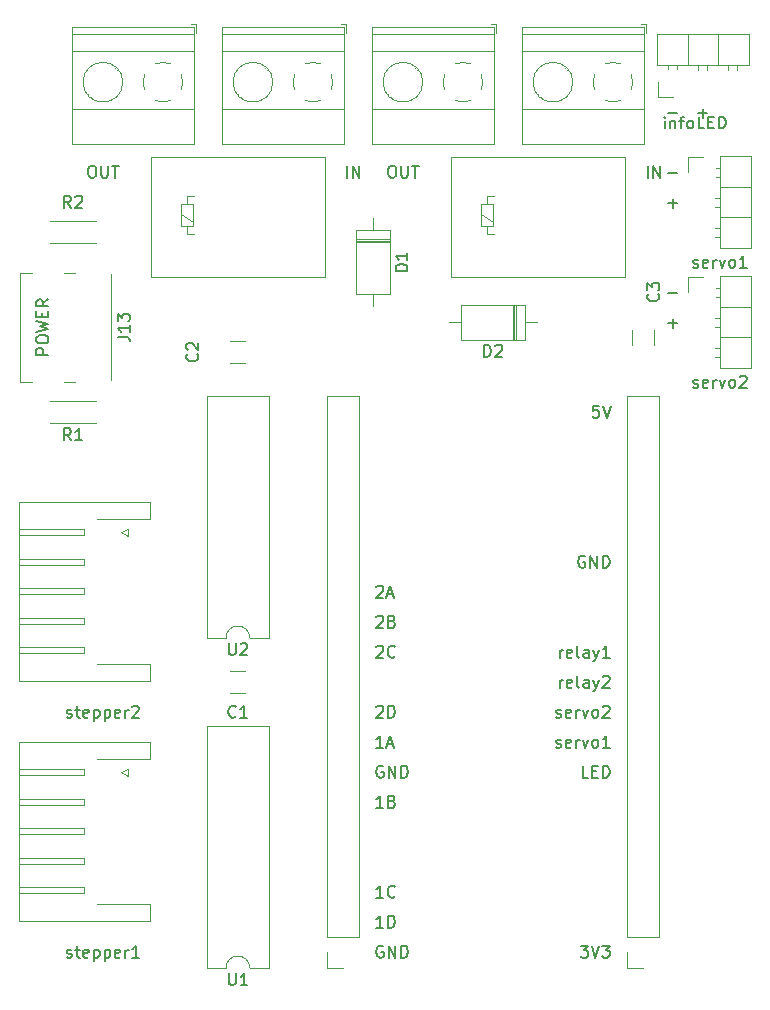
<source format=gbr>
%TF.GenerationSoftware,KiCad,Pcbnew,(6.0.4)*%
%TF.CreationDate,2022-05-24T10:51:07+02:00*%
%TF.ProjectId,XRTL_PCB,5852544c-5f50-4434-922e-6b696361645f,1.0*%
%TF.SameCoordinates,Original*%
%TF.FileFunction,Legend,Top*%
%TF.FilePolarity,Positive*%
%FSLAX46Y46*%
G04 Gerber Fmt 4.6, Leading zero omitted, Abs format (unit mm)*
G04 Created by KiCad (PCBNEW (6.0.4)) date 2022-05-24 10:51:07*
%MOMM*%
%LPD*%
G01*
G04 APERTURE LIST*
%ADD10C,0.150000*%
%ADD11C,0.120000*%
G04 APERTURE END LIST*
D10*
X122076785Y-93480000D02*
X121981547Y-93432380D01*
X121838690Y-93432380D01*
X121695833Y-93480000D01*
X121600595Y-93575238D01*
X121552976Y-93670476D01*
X121505357Y-93860952D01*
X121505357Y-94003809D01*
X121552976Y-94194285D01*
X121600595Y-94289523D01*
X121695833Y-94384761D01*
X121838690Y-94432380D01*
X121933928Y-94432380D01*
X122076785Y-94384761D01*
X122124404Y-94337142D01*
X122124404Y-94003809D01*
X121933928Y-94003809D01*
X122552976Y-94432380D02*
X122552976Y-93432380D01*
X123124404Y-94432380D01*
X123124404Y-93432380D01*
X123600595Y-94432380D02*
X123600595Y-93432380D01*
X123838690Y-93432380D01*
X123981547Y-93480000D01*
X124076785Y-93575238D01*
X124124404Y-93670476D01*
X124172023Y-93860952D01*
X124172023Y-94003809D01*
X124124404Y-94194285D01*
X124076785Y-94289523D01*
X123981547Y-94384761D01*
X123838690Y-94432380D01*
X123600595Y-94432380D01*
X122362500Y-112212380D02*
X121886309Y-112212380D01*
X121886309Y-111212380D01*
X122695833Y-111688571D02*
X123029166Y-111688571D01*
X123172023Y-112212380D02*
X122695833Y-112212380D01*
X122695833Y-111212380D01*
X123172023Y-111212380D01*
X123600595Y-112212380D02*
X123600595Y-111212380D01*
X123838690Y-111212380D01*
X123981547Y-111260000D01*
X124076785Y-111355238D01*
X124124404Y-111450476D01*
X124172023Y-111640952D01*
X124172023Y-111783809D01*
X124124404Y-111974285D01*
X124076785Y-112069523D01*
X123981547Y-112164761D01*
X123838690Y-112212380D01*
X123600595Y-112212380D01*
X119648214Y-107084761D02*
X119743452Y-107132380D01*
X119933928Y-107132380D01*
X120029166Y-107084761D01*
X120076785Y-106989523D01*
X120076785Y-106941904D01*
X120029166Y-106846666D01*
X119933928Y-106799047D01*
X119791071Y-106799047D01*
X119695833Y-106751428D01*
X119648214Y-106656190D01*
X119648214Y-106608571D01*
X119695833Y-106513333D01*
X119791071Y-106465714D01*
X119933928Y-106465714D01*
X120029166Y-106513333D01*
X120886309Y-107084761D02*
X120791071Y-107132380D01*
X120600595Y-107132380D01*
X120505357Y-107084761D01*
X120457738Y-106989523D01*
X120457738Y-106608571D01*
X120505357Y-106513333D01*
X120600595Y-106465714D01*
X120791071Y-106465714D01*
X120886309Y-106513333D01*
X120933928Y-106608571D01*
X120933928Y-106703809D01*
X120457738Y-106799047D01*
X121362500Y-107132380D02*
X121362500Y-106465714D01*
X121362500Y-106656190D02*
X121410119Y-106560952D01*
X121457738Y-106513333D01*
X121552976Y-106465714D01*
X121648214Y-106465714D01*
X121886309Y-106465714D02*
X122124404Y-107132380D01*
X122362500Y-106465714D01*
X122886309Y-107132380D02*
X122791071Y-107084761D01*
X122743452Y-107037142D01*
X122695833Y-106941904D01*
X122695833Y-106656190D01*
X122743452Y-106560952D01*
X122791071Y-106513333D01*
X122886309Y-106465714D01*
X123029166Y-106465714D01*
X123124404Y-106513333D01*
X123172023Y-106560952D01*
X123219642Y-106656190D01*
X123219642Y-106941904D01*
X123172023Y-107037142D01*
X123124404Y-107084761D01*
X123029166Y-107132380D01*
X122886309Y-107132380D01*
X123600595Y-106227619D02*
X123648214Y-106180000D01*
X123743452Y-106132380D01*
X123981547Y-106132380D01*
X124076785Y-106180000D01*
X124124404Y-106227619D01*
X124172023Y-106322857D01*
X124172023Y-106418095D01*
X124124404Y-106560952D01*
X123552976Y-107132380D01*
X124172023Y-107132380D01*
X121743452Y-126452380D02*
X122362500Y-126452380D01*
X122029166Y-126833333D01*
X122172023Y-126833333D01*
X122267261Y-126880952D01*
X122314880Y-126928571D01*
X122362500Y-127023809D01*
X122362500Y-127261904D01*
X122314880Y-127357142D01*
X122267261Y-127404761D01*
X122172023Y-127452380D01*
X121886309Y-127452380D01*
X121791071Y-127404761D01*
X121743452Y-127357142D01*
X122648214Y-126452380D02*
X122981547Y-127452380D01*
X123314880Y-126452380D01*
X123552976Y-126452380D02*
X124172023Y-126452380D01*
X123838690Y-126833333D01*
X123981547Y-126833333D01*
X124076785Y-126880952D01*
X124124404Y-126928571D01*
X124172023Y-127023809D01*
X124172023Y-127261904D01*
X124124404Y-127357142D01*
X124076785Y-127404761D01*
X123981547Y-127452380D01*
X123695833Y-127452380D01*
X123600595Y-127404761D01*
X123552976Y-127357142D01*
X129159047Y-73731428D02*
X129920952Y-73731428D01*
X129540000Y-74112380D02*
X129540000Y-73350476D01*
X129159047Y-61031428D02*
X129920952Y-61031428D01*
X76652380Y-76404523D02*
X75652380Y-76404523D01*
X75652380Y-76023571D01*
X75700000Y-75928333D01*
X75747619Y-75880714D01*
X75842857Y-75833095D01*
X75985714Y-75833095D01*
X76080952Y-75880714D01*
X76128571Y-75928333D01*
X76176190Y-76023571D01*
X76176190Y-76404523D01*
X75652380Y-75214047D02*
X75652380Y-75023571D01*
X75700000Y-74928333D01*
X75795238Y-74833095D01*
X75985714Y-74785476D01*
X76319047Y-74785476D01*
X76509523Y-74833095D01*
X76604761Y-74928333D01*
X76652380Y-75023571D01*
X76652380Y-75214047D01*
X76604761Y-75309285D01*
X76509523Y-75404523D01*
X76319047Y-75452142D01*
X75985714Y-75452142D01*
X75795238Y-75404523D01*
X75700000Y-75309285D01*
X75652380Y-75214047D01*
X75652380Y-74452142D02*
X76652380Y-74214047D01*
X75938095Y-74023571D01*
X76652380Y-73833095D01*
X75652380Y-73595000D01*
X76128571Y-73214047D02*
X76128571Y-72880714D01*
X76652380Y-72737857D02*
X76652380Y-73214047D01*
X75652380Y-73214047D01*
X75652380Y-72737857D01*
X76652380Y-71737857D02*
X76176190Y-72071190D01*
X76652380Y-72309285D02*
X75652380Y-72309285D01*
X75652380Y-71928333D01*
X75700000Y-71833095D01*
X75747619Y-71785476D01*
X75842857Y-71737857D01*
X75985714Y-71737857D01*
X76080952Y-71785476D01*
X76128571Y-71833095D01*
X76176190Y-71928333D01*
X76176190Y-72309285D01*
X129159047Y-63571428D02*
X129920952Y-63571428D01*
X129540000Y-63952380D02*
X129540000Y-63190476D01*
X129159047Y-55951428D02*
X129920952Y-55951428D01*
X119648214Y-109624761D02*
X119743452Y-109672380D01*
X119933928Y-109672380D01*
X120029166Y-109624761D01*
X120076785Y-109529523D01*
X120076785Y-109481904D01*
X120029166Y-109386666D01*
X119933928Y-109339047D01*
X119791071Y-109339047D01*
X119695833Y-109291428D01*
X119648214Y-109196190D01*
X119648214Y-109148571D01*
X119695833Y-109053333D01*
X119791071Y-109005714D01*
X119933928Y-109005714D01*
X120029166Y-109053333D01*
X120886309Y-109624761D02*
X120791071Y-109672380D01*
X120600595Y-109672380D01*
X120505357Y-109624761D01*
X120457738Y-109529523D01*
X120457738Y-109148571D01*
X120505357Y-109053333D01*
X120600595Y-109005714D01*
X120791071Y-109005714D01*
X120886309Y-109053333D01*
X120933928Y-109148571D01*
X120933928Y-109243809D01*
X120457738Y-109339047D01*
X121362500Y-109672380D02*
X121362500Y-109005714D01*
X121362500Y-109196190D02*
X121410119Y-109100952D01*
X121457738Y-109053333D01*
X121552976Y-109005714D01*
X121648214Y-109005714D01*
X121886309Y-109005714D02*
X122124404Y-109672380D01*
X122362500Y-109005714D01*
X122886309Y-109672380D02*
X122791071Y-109624761D01*
X122743452Y-109577142D01*
X122695833Y-109481904D01*
X122695833Y-109196190D01*
X122743452Y-109100952D01*
X122791071Y-109053333D01*
X122886309Y-109005714D01*
X123029166Y-109005714D01*
X123124404Y-109053333D01*
X123172023Y-109100952D01*
X123219642Y-109196190D01*
X123219642Y-109481904D01*
X123172023Y-109577142D01*
X123124404Y-109624761D01*
X123029166Y-109672380D01*
X122886309Y-109672380D01*
X124172023Y-109672380D02*
X123600595Y-109672380D01*
X123886309Y-109672380D02*
X123886309Y-108672380D01*
X123791071Y-108815238D01*
X123695833Y-108910476D01*
X123600595Y-108958095D01*
X104427976Y-106227619D02*
X104475595Y-106180000D01*
X104570833Y-106132380D01*
X104808928Y-106132380D01*
X104904166Y-106180000D01*
X104951785Y-106227619D01*
X104999404Y-106322857D01*
X104999404Y-106418095D01*
X104951785Y-106560952D01*
X104380357Y-107132380D01*
X104999404Y-107132380D01*
X105427976Y-107132380D02*
X105427976Y-106132380D01*
X105666071Y-106132380D01*
X105808928Y-106180000D01*
X105904166Y-106275238D01*
X105951785Y-106370476D01*
X105999404Y-106560952D01*
X105999404Y-106703809D01*
X105951785Y-106894285D01*
X105904166Y-106989523D01*
X105808928Y-107084761D01*
X105666071Y-107132380D01*
X105427976Y-107132380D01*
X129159047Y-71191428D02*
X129920952Y-71191428D01*
X78232380Y-107084761D02*
X78327619Y-107132380D01*
X78518095Y-107132380D01*
X78613333Y-107084761D01*
X78660952Y-106989523D01*
X78660952Y-106941904D01*
X78613333Y-106846666D01*
X78518095Y-106799047D01*
X78375238Y-106799047D01*
X78280000Y-106751428D01*
X78232380Y-106656190D01*
X78232380Y-106608571D01*
X78280000Y-106513333D01*
X78375238Y-106465714D01*
X78518095Y-106465714D01*
X78613333Y-106513333D01*
X78946666Y-106465714D02*
X79327619Y-106465714D01*
X79089523Y-106132380D02*
X79089523Y-106989523D01*
X79137142Y-107084761D01*
X79232380Y-107132380D01*
X79327619Y-107132380D01*
X80041904Y-107084761D02*
X79946666Y-107132380D01*
X79756190Y-107132380D01*
X79660952Y-107084761D01*
X79613333Y-106989523D01*
X79613333Y-106608571D01*
X79660952Y-106513333D01*
X79756190Y-106465714D01*
X79946666Y-106465714D01*
X80041904Y-106513333D01*
X80089523Y-106608571D01*
X80089523Y-106703809D01*
X79613333Y-106799047D01*
X80518095Y-106465714D02*
X80518095Y-107465714D01*
X80518095Y-106513333D02*
X80613333Y-106465714D01*
X80803809Y-106465714D01*
X80899047Y-106513333D01*
X80946666Y-106560952D01*
X80994285Y-106656190D01*
X80994285Y-106941904D01*
X80946666Y-107037142D01*
X80899047Y-107084761D01*
X80803809Y-107132380D01*
X80613333Y-107132380D01*
X80518095Y-107084761D01*
X81422857Y-106465714D02*
X81422857Y-107465714D01*
X81422857Y-106513333D02*
X81518095Y-106465714D01*
X81708571Y-106465714D01*
X81803809Y-106513333D01*
X81851428Y-106560952D01*
X81899047Y-106656190D01*
X81899047Y-106941904D01*
X81851428Y-107037142D01*
X81803809Y-107084761D01*
X81708571Y-107132380D01*
X81518095Y-107132380D01*
X81422857Y-107084761D01*
X82708571Y-107084761D02*
X82613333Y-107132380D01*
X82422857Y-107132380D01*
X82327619Y-107084761D01*
X82280000Y-106989523D01*
X82280000Y-106608571D01*
X82327619Y-106513333D01*
X82422857Y-106465714D01*
X82613333Y-106465714D01*
X82708571Y-106513333D01*
X82756190Y-106608571D01*
X82756190Y-106703809D01*
X82280000Y-106799047D01*
X83184761Y-107132380D02*
X83184761Y-106465714D01*
X83184761Y-106656190D02*
X83232380Y-106560952D01*
X83280000Y-106513333D01*
X83375238Y-106465714D01*
X83470476Y-106465714D01*
X83756190Y-106227619D02*
X83803809Y-106180000D01*
X83899047Y-106132380D01*
X84137142Y-106132380D01*
X84232380Y-106180000D01*
X84280000Y-106227619D01*
X84327619Y-106322857D01*
X84327619Y-106418095D01*
X84280000Y-106560952D01*
X83708571Y-107132380D01*
X84327619Y-107132380D01*
X104999404Y-122372380D02*
X104427976Y-122372380D01*
X104713690Y-122372380D02*
X104713690Y-121372380D01*
X104618452Y-121515238D01*
X104523214Y-121610476D01*
X104427976Y-121658095D01*
X105999404Y-122277142D02*
X105951785Y-122324761D01*
X105808928Y-122372380D01*
X105713690Y-122372380D01*
X105570833Y-122324761D01*
X105475595Y-122229523D01*
X105427976Y-122134285D01*
X105380357Y-121943809D01*
X105380357Y-121800952D01*
X105427976Y-121610476D01*
X105475595Y-121515238D01*
X105570833Y-121420000D01*
X105713690Y-121372380D01*
X105808928Y-121372380D01*
X105951785Y-121420000D01*
X105999404Y-121467619D01*
X104999404Y-124912380D02*
X104427976Y-124912380D01*
X104713690Y-124912380D02*
X104713690Y-123912380D01*
X104618452Y-124055238D01*
X104523214Y-124150476D01*
X104427976Y-124198095D01*
X105427976Y-124912380D02*
X105427976Y-123912380D01*
X105666071Y-123912380D01*
X105808928Y-123960000D01*
X105904166Y-124055238D01*
X105951785Y-124150476D01*
X105999404Y-124340952D01*
X105999404Y-124483809D01*
X105951785Y-124674285D01*
X105904166Y-124769523D01*
X105808928Y-124864761D01*
X105666071Y-124912380D01*
X105427976Y-124912380D01*
X128852380Y-57252380D02*
X128852380Y-56585714D01*
X128852380Y-56252380D02*
X128804761Y-56300000D01*
X128852380Y-56347619D01*
X128900000Y-56300000D01*
X128852380Y-56252380D01*
X128852380Y-56347619D01*
X129328571Y-56585714D02*
X129328571Y-57252380D01*
X129328571Y-56680952D02*
X129376190Y-56633333D01*
X129471428Y-56585714D01*
X129614285Y-56585714D01*
X129709523Y-56633333D01*
X129757142Y-56728571D01*
X129757142Y-57252380D01*
X130090476Y-56585714D02*
X130471428Y-56585714D01*
X130233333Y-57252380D02*
X130233333Y-56395238D01*
X130280952Y-56300000D01*
X130376190Y-56252380D01*
X130471428Y-56252380D01*
X130947619Y-57252380D02*
X130852380Y-57204761D01*
X130804761Y-57157142D01*
X130757142Y-57061904D01*
X130757142Y-56776190D01*
X130804761Y-56680952D01*
X130852380Y-56633333D01*
X130947619Y-56585714D01*
X131090476Y-56585714D01*
X131185714Y-56633333D01*
X131233333Y-56680952D01*
X131280952Y-56776190D01*
X131280952Y-57061904D01*
X131233333Y-57157142D01*
X131185714Y-57204761D01*
X131090476Y-57252380D01*
X130947619Y-57252380D01*
X132185714Y-57252380D02*
X131709523Y-57252380D01*
X131709523Y-56252380D01*
X132519047Y-56728571D02*
X132852380Y-56728571D01*
X132995238Y-57252380D02*
X132519047Y-57252380D01*
X132519047Y-56252380D01*
X132995238Y-56252380D01*
X133423809Y-57252380D02*
X133423809Y-56252380D01*
X133661904Y-56252380D01*
X133804761Y-56300000D01*
X133900000Y-56395238D01*
X133947619Y-56490476D01*
X133995238Y-56680952D01*
X133995238Y-56823809D01*
X133947619Y-57014285D01*
X133900000Y-57109523D01*
X133804761Y-57204761D01*
X133661904Y-57252380D01*
X133423809Y-57252380D01*
X119981547Y-102052380D02*
X119981547Y-101385714D01*
X119981547Y-101576190D02*
X120029166Y-101480952D01*
X120076785Y-101433333D01*
X120172023Y-101385714D01*
X120267261Y-101385714D01*
X120981547Y-102004761D02*
X120886309Y-102052380D01*
X120695833Y-102052380D01*
X120600595Y-102004761D01*
X120552976Y-101909523D01*
X120552976Y-101528571D01*
X120600595Y-101433333D01*
X120695833Y-101385714D01*
X120886309Y-101385714D01*
X120981547Y-101433333D01*
X121029166Y-101528571D01*
X121029166Y-101623809D01*
X120552976Y-101719047D01*
X121600595Y-102052380D02*
X121505357Y-102004761D01*
X121457738Y-101909523D01*
X121457738Y-101052380D01*
X122410119Y-102052380D02*
X122410119Y-101528571D01*
X122362500Y-101433333D01*
X122267261Y-101385714D01*
X122076785Y-101385714D01*
X121981547Y-101433333D01*
X122410119Y-102004761D02*
X122314880Y-102052380D01*
X122076785Y-102052380D01*
X121981547Y-102004761D01*
X121933928Y-101909523D01*
X121933928Y-101814285D01*
X121981547Y-101719047D01*
X122076785Y-101671428D01*
X122314880Y-101671428D01*
X122410119Y-101623809D01*
X122791071Y-101385714D02*
X123029166Y-102052380D01*
X123267261Y-101385714D02*
X123029166Y-102052380D01*
X122933928Y-102290476D01*
X122886309Y-102338095D01*
X122791071Y-102385714D01*
X124172023Y-102052380D02*
X123600595Y-102052380D01*
X123886309Y-102052380D02*
X123886309Y-101052380D01*
X123791071Y-101195238D01*
X123695833Y-101290476D01*
X123600595Y-101338095D01*
X131258095Y-68984761D02*
X131353333Y-69032380D01*
X131543809Y-69032380D01*
X131639047Y-68984761D01*
X131686666Y-68889523D01*
X131686666Y-68841904D01*
X131639047Y-68746666D01*
X131543809Y-68699047D01*
X131400952Y-68699047D01*
X131305714Y-68651428D01*
X131258095Y-68556190D01*
X131258095Y-68508571D01*
X131305714Y-68413333D01*
X131400952Y-68365714D01*
X131543809Y-68365714D01*
X131639047Y-68413333D01*
X132496190Y-68984761D02*
X132400952Y-69032380D01*
X132210476Y-69032380D01*
X132115238Y-68984761D01*
X132067619Y-68889523D01*
X132067619Y-68508571D01*
X132115238Y-68413333D01*
X132210476Y-68365714D01*
X132400952Y-68365714D01*
X132496190Y-68413333D01*
X132543809Y-68508571D01*
X132543809Y-68603809D01*
X132067619Y-68699047D01*
X132972380Y-69032380D02*
X132972380Y-68365714D01*
X132972380Y-68556190D02*
X133020000Y-68460952D01*
X133067619Y-68413333D01*
X133162857Y-68365714D01*
X133258095Y-68365714D01*
X133496190Y-68365714D02*
X133734285Y-69032380D01*
X133972380Y-68365714D01*
X134496190Y-69032380D02*
X134400952Y-68984761D01*
X134353333Y-68937142D01*
X134305714Y-68841904D01*
X134305714Y-68556190D01*
X134353333Y-68460952D01*
X134400952Y-68413333D01*
X134496190Y-68365714D01*
X134639047Y-68365714D01*
X134734285Y-68413333D01*
X134781904Y-68460952D01*
X134829523Y-68556190D01*
X134829523Y-68841904D01*
X134781904Y-68937142D01*
X134734285Y-68984761D01*
X134639047Y-69032380D01*
X134496190Y-69032380D01*
X135781904Y-69032380D02*
X135210476Y-69032380D01*
X135496190Y-69032380D02*
X135496190Y-68032380D01*
X135400952Y-68175238D01*
X135305714Y-68270476D01*
X135210476Y-68318095D01*
X101935595Y-61412380D02*
X101935595Y-60412380D01*
X102411785Y-61412380D02*
X102411785Y-60412380D01*
X102983214Y-61412380D01*
X102983214Y-60412380D01*
X119981547Y-104592380D02*
X119981547Y-103925714D01*
X119981547Y-104116190D02*
X120029166Y-104020952D01*
X120076785Y-103973333D01*
X120172023Y-103925714D01*
X120267261Y-103925714D01*
X120981547Y-104544761D02*
X120886309Y-104592380D01*
X120695833Y-104592380D01*
X120600595Y-104544761D01*
X120552976Y-104449523D01*
X120552976Y-104068571D01*
X120600595Y-103973333D01*
X120695833Y-103925714D01*
X120886309Y-103925714D01*
X120981547Y-103973333D01*
X121029166Y-104068571D01*
X121029166Y-104163809D01*
X120552976Y-104259047D01*
X121600595Y-104592380D02*
X121505357Y-104544761D01*
X121457738Y-104449523D01*
X121457738Y-103592380D01*
X122410119Y-104592380D02*
X122410119Y-104068571D01*
X122362500Y-103973333D01*
X122267261Y-103925714D01*
X122076785Y-103925714D01*
X121981547Y-103973333D01*
X122410119Y-104544761D02*
X122314880Y-104592380D01*
X122076785Y-104592380D01*
X121981547Y-104544761D01*
X121933928Y-104449523D01*
X121933928Y-104354285D01*
X121981547Y-104259047D01*
X122076785Y-104211428D01*
X122314880Y-104211428D01*
X122410119Y-104163809D01*
X122791071Y-103925714D02*
X123029166Y-104592380D01*
X123267261Y-103925714D02*
X123029166Y-104592380D01*
X122933928Y-104830476D01*
X122886309Y-104878095D01*
X122791071Y-104925714D01*
X123600595Y-103687619D02*
X123648214Y-103640000D01*
X123743452Y-103592380D01*
X123981547Y-103592380D01*
X124076785Y-103640000D01*
X124124404Y-103687619D01*
X124172023Y-103782857D01*
X124172023Y-103878095D01*
X124124404Y-104020952D01*
X123552976Y-104592380D01*
X124172023Y-104592380D01*
X80280000Y-60412380D02*
X80470476Y-60412380D01*
X80565714Y-60460000D01*
X80660952Y-60555238D01*
X80708571Y-60745714D01*
X80708571Y-61079047D01*
X80660952Y-61269523D01*
X80565714Y-61364761D01*
X80470476Y-61412380D01*
X80280000Y-61412380D01*
X80184761Y-61364761D01*
X80089523Y-61269523D01*
X80041904Y-61079047D01*
X80041904Y-60745714D01*
X80089523Y-60555238D01*
X80184761Y-60460000D01*
X80280000Y-60412380D01*
X81137142Y-60412380D02*
X81137142Y-61221904D01*
X81184761Y-61317142D01*
X81232380Y-61364761D01*
X81327619Y-61412380D01*
X81518095Y-61412380D01*
X81613333Y-61364761D01*
X81660952Y-61317142D01*
X81708571Y-61221904D01*
X81708571Y-60412380D01*
X82041904Y-60412380D02*
X82613333Y-60412380D01*
X82327619Y-61412380D02*
X82327619Y-60412380D01*
X105680000Y-60412380D02*
X105870476Y-60412380D01*
X105965714Y-60460000D01*
X106060952Y-60555238D01*
X106108571Y-60745714D01*
X106108571Y-61079047D01*
X106060952Y-61269523D01*
X105965714Y-61364761D01*
X105870476Y-61412380D01*
X105680000Y-61412380D01*
X105584761Y-61364761D01*
X105489523Y-61269523D01*
X105441904Y-61079047D01*
X105441904Y-60745714D01*
X105489523Y-60555238D01*
X105584761Y-60460000D01*
X105680000Y-60412380D01*
X106537142Y-60412380D02*
X106537142Y-61221904D01*
X106584761Y-61317142D01*
X106632380Y-61364761D01*
X106727619Y-61412380D01*
X106918095Y-61412380D01*
X107013333Y-61364761D01*
X107060952Y-61317142D01*
X107108571Y-61221904D01*
X107108571Y-60412380D01*
X107441904Y-60412380D02*
X108013333Y-60412380D01*
X107727619Y-61412380D02*
X107727619Y-60412380D01*
X104999404Y-111260000D02*
X104904166Y-111212380D01*
X104761309Y-111212380D01*
X104618452Y-111260000D01*
X104523214Y-111355238D01*
X104475595Y-111450476D01*
X104427976Y-111640952D01*
X104427976Y-111783809D01*
X104475595Y-111974285D01*
X104523214Y-112069523D01*
X104618452Y-112164761D01*
X104761309Y-112212380D01*
X104856547Y-112212380D01*
X104999404Y-112164761D01*
X105047023Y-112117142D01*
X105047023Y-111783809D01*
X104856547Y-111783809D01*
X105475595Y-112212380D02*
X105475595Y-111212380D01*
X106047023Y-112212380D01*
X106047023Y-111212380D01*
X106523214Y-112212380D02*
X106523214Y-111212380D01*
X106761309Y-111212380D01*
X106904166Y-111260000D01*
X106999404Y-111355238D01*
X107047023Y-111450476D01*
X107094642Y-111640952D01*
X107094642Y-111783809D01*
X107047023Y-111974285D01*
X106999404Y-112069523D01*
X106904166Y-112164761D01*
X106761309Y-112212380D01*
X106523214Y-112212380D01*
X78232380Y-127404761D02*
X78327619Y-127452380D01*
X78518095Y-127452380D01*
X78613333Y-127404761D01*
X78660952Y-127309523D01*
X78660952Y-127261904D01*
X78613333Y-127166666D01*
X78518095Y-127119047D01*
X78375238Y-127119047D01*
X78280000Y-127071428D01*
X78232380Y-126976190D01*
X78232380Y-126928571D01*
X78280000Y-126833333D01*
X78375238Y-126785714D01*
X78518095Y-126785714D01*
X78613333Y-126833333D01*
X78946666Y-126785714D02*
X79327619Y-126785714D01*
X79089523Y-126452380D02*
X79089523Y-127309523D01*
X79137142Y-127404761D01*
X79232380Y-127452380D01*
X79327619Y-127452380D01*
X80041904Y-127404761D02*
X79946666Y-127452380D01*
X79756190Y-127452380D01*
X79660952Y-127404761D01*
X79613333Y-127309523D01*
X79613333Y-126928571D01*
X79660952Y-126833333D01*
X79756190Y-126785714D01*
X79946666Y-126785714D01*
X80041904Y-126833333D01*
X80089523Y-126928571D01*
X80089523Y-127023809D01*
X79613333Y-127119047D01*
X80518095Y-126785714D02*
X80518095Y-127785714D01*
X80518095Y-126833333D02*
X80613333Y-126785714D01*
X80803809Y-126785714D01*
X80899047Y-126833333D01*
X80946666Y-126880952D01*
X80994285Y-126976190D01*
X80994285Y-127261904D01*
X80946666Y-127357142D01*
X80899047Y-127404761D01*
X80803809Y-127452380D01*
X80613333Y-127452380D01*
X80518095Y-127404761D01*
X81422857Y-126785714D02*
X81422857Y-127785714D01*
X81422857Y-126833333D02*
X81518095Y-126785714D01*
X81708571Y-126785714D01*
X81803809Y-126833333D01*
X81851428Y-126880952D01*
X81899047Y-126976190D01*
X81899047Y-127261904D01*
X81851428Y-127357142D01*
X81803809Y-127404761D01*
X81708571Y-127452380D01*
X81518095Y-127452380D01*
X81422857Y-127404761D01*
X82708571Y-127404761D02*
X82613333Y-127452380D01*
X82422857Y-127452380D01*
X82327619Y-127404761D01*
X82280000Y-127309523D01*
X82280000Y-126928571D01*
X82327619Y-126833333D01*
X82422857Y-126785714D01*
X82613333Y-126785714D01*
X82708571Y-126833333D01*
X82756190Y-126928571D01*
X82756190Y-127023809D01*
X82280000Y-127119047D01*
X83184761Y-127452380D02*
X83184761Y-126785714D01*
X83184761Y-126976190D02*
X83232380Y-126880952D01*
X83280000Y-126833333D01*
X83375238Y-126785714D01*
X83470476Y-126785714D01*
X84327619Y-127452380D02*
X83756190Y-127452380D01*
X84041904Y-127452380D02*
X84041904Y-126452380D01*
X83946666Y-126595238D01*
X83851428Y-126690476D01*
X83756190Y-126738095D01*
X104999404Y-126500000D02*
X104904166Y-126452380D01*
X104761309Y-126452380D01*
X104618452Y-126500000D01*
X104523214Y-126595238D01*
X104475595Y-126690476D01*
X104427976Y-126880952D01*
X104427976Y-127023809D01*
X104475595Y-127214285D01*
X104523214Y-127309523D01*
X104618452Y-127404761D01*
X104761309Y-127452380D01*
X104856547Y-127452380D01*
X104999404Y-127404761D01*
X105047023Y-127357142D01*
X105047023Y-127023809D01*
X104856547Y-127023809D01*
X105475595Y-127452380D02*
X105475595Y-126452380D01*
X106047023Y-127452380D01*
X106047023Y-126452380D01*
X106523214Y-127452380D02*
X106523214Y-126452380D01*
X106761309Y-126452380D01*
X106904166Y-126500000D01*
X106999404Y-126595238D01*
X107047023Y-126690476D01*
X107094642Y-126880952D01*
X107094642Y-127023809D01*
X107047023Y-127214285D01*
X106999404Y-127309523D01*
X106904166Y-127404761D01*
X106761309Y-127452380D01*
X106523214Y-127452380D01*
X104427976Y-101147619D02*
X104475595Y-101100000D01*
X104570833Y-101052380D01*
X104808928Y-101052380D01*
X104904166Y-101100000D01*
X104951785Y-101147619D01*
X104999404Y-101242857D01*
X104999404Y-101338095D01*
X104951785Y-101480952D01*
X104380357Y-102052380D01*
X104999404Y-102052380D01*
X105999404Y-101957142D02*
X105951785Y-102004761D01*
X105808928Y-102052380D01*
X105713690Y-102052380D01*
X105570833Y-102004761D01*
X105475595Y-101909523D01*
X105427976Y-101814285D01*
X105380357Y-101623809D01*
X105380357Y-101480952D01*
X105427976Y-101290476D01*
X105475595Y-101195238D01*
X105570833Y-101100000D01*
X105713690Y-101052380D01*
X105808928Y-101052380D01*
X105951785Y-101100000D01*
X105999404Y-101147619D01*
X127395595Y-61412380D02*
X127395595Y-60412380D01*
X127871785Y-61412380D02*
X127871785Y-60412380D01*
X128443214Y-61412380D01*
X128443214Y-60412380D01*
X131258095Y-79144761D02*
X131353333Y-79192380D01*
X131543809Y-79192380D01*
X131639047Y-79144761D01*
X131686666Y-79049523D01*
X131686666Y-79001904D01*
X131639047Y-78906666D01*
X131543809Y-78859047D01*
X131400952Y-78859047D01*
X131305714Y-78811428D01*
X131258095Y-78716190D01*
X131258095Y-78668571D01*
X131305714Y-78573333D01*
X131400952Y-78525714D01*
X131543809Y-78525714D01*
X131639047Y-78573333D01*
X132496190Y-79144761D02*
X132400952Y-79192380D01*
X132210476Y-79192380D01*
X132115238Y-79144761D01*
X132067619Y-79049523D01*
X132067619Y-78668571D01*
X132115238Y-78573333D01*
X132210476Y-78525714D01*
X132400952Y-78525714D01*
X132496190Y-78573333D01*
X132543809Y-78668571D01*
X132543809Y-78763809D01*
X132067619Y-78859047D01*
X132972380Y-79192380D02*
X132972380Y-78525714D01*
X132972380Y-78716190D02*
X133020000Y-78620952D01*
X133067619Y-78573333D01*
X133162857Y-78525714D01*
X133258095Y-78525714D01*
X133496190Y-78525714D02*
X133734285Y-79192380D01*
X133972380Y-78525714D01*
X134496190Y-79192380D02*
X134400952Y-79144761D01*
X134353333Y-79097142D01*
X134305714Y-79001904D01*
X134305714Y-78716190D01*
X134353333Y-78620952D01*
X134400952Y-78573333D01*
X134496190Y-78525714D01*
X134639047Y-78525714D01*
X134734285Y-78573333D01*
X134781904Y-78620952D01*
X134829523Y-78716190D01*
X134829523Y-79001904D01*
X134781904Y-79097142D01*
X134734285Y-79144761D01*
X134639047Y-79192380D01*
X134496190Y-79192380D01*
X135210476Y-78287619D02*
X135258095Y-78240000D01*
X135353333Y-78192380D01*
X135591428Y-78192380D01*
X135686666Y-78240000D01*
X135734285Y-78287619D01*
X135781904Y-78382857D01*
X135781904Y-78478095D01*
X135734285Y-78620952D01*
X135162857Y-79192380D01*
X135781904Y-79192380D01*
X104999404Y-109672380D02*
X104427976Y-109672380D01*
X104713690Y-109672380D02*
X104713690Y-108672380D01*
X104618452Y-108815238D01*
X104523214Y-108910476D01*
X104427976Y-108958095D01*
X105380357Y-109386666D02*
X105856547Y-109386666D01*
X105285119Y-109672380D02*
X105618452Y-108672380D01*
X105951785Y-109672380D01*
X104999404Y-114752380D02*
X104427976Y-114752380D01*
X104713690Y-114752380D02*
X104713690Y-113752380D01*
X104618452Y-113895238D01*
X104523214Y-113990476D01*
X104427976Y-114038095D01*
X105761309Y-114228571D02*
X105904166Y-114276190D01*
X105951785Y-114323809D01*
X105999404Y-114419047D01*
X105999404Y-114561904D01*
X105951785Y-114657142D01*
X105904166Y-114704761D01*
X105808928Y-114752380D01*
X105427976Y-114752380D01*
X105427976Y-113752380D01*
X105761309Y-113752380D01*
X105856547Y-113800000D01*
X105904166Y-113847619D01*
X105951785Y-113942857D01*
X105951785Y-114038095D01*
X105904166Y-114133333D01*
X105856547Y-114180952D01*
X105761309Y-114228571D01*
X105427976Y-114228571D01*
X104427976Y-98607619D02*
X104475595Y-98560000D01*
X104570833Y-98512380D01*
X104808928Y-98512380D01*
X104904166Y-98560000D01*
X104951785Y-98607619D01*
X104999404Y-98702857D01*
X104999404Y-98798095D01*
X104951785Y-98940952D01*
X104380357Y-99512380D01*
X104999404Y-99512380D01*
X105761309Y-98988571D02*
X105904166Y-99036190D01*
X105951785Y-99083809D01*
X105999404Y-99179047D01*
X105999404Y-99321904D01*
X105951785Y-99417142D01*
X105904166Y-99464761D01*
X105808928Y-99512380D01*
X105427976Y-99512380D01*
X105427976Y-98512380D01*
X105761309Y-98512380D01*
X105856547Y-98560000D01*
X105904166Y-98607619D01*
X105951785Y-98702857D01*
X105951785Y-98798095D01*
X105904166Y-98893333D01*
X105856547Y-98940952D01*
X105761309Y-98988571D01*
X105427976Y-98988571D01*
X131699047Y-55951428D02*
X132460952Y-55951428D01*
X132080000Y-56332380D02*
X132080000Y-55570476D01*
X123267261Y-80732380D02*
X122791071Y-80732380D01*
X122743452Y-81208571D01*
X122791071Y-81160952D01*
X122886309Y-81113333D01*
X123124404Y-81113333D01*
X123219642Y-81160952D01*
X123267261Y-81208571D01*
X123314880Y-81303809D01*
X123314880Y-81541904D01*
X123267261Y-81637142D01*
X123219642Y-81684761D01*
X123124404Y-81732380D01*
X122886309Y-81732380D01*
X122791071Y-81684761D01*
X122743452Y-81637142D01*
X123600595Y-80732380D02*
X123933928Y-81732380D01*
X124267261Y-80732380D01*
X104427976Y-96067619D02*
X104475595Y-96020000D01*
X104570833Y-95972380D01*
X104808928Y-95972380D01*
X104904166Y-96020000D01*
X104951785Y-96067619D01*
X104999404Y-96162857D01*
X104999404Y-96258095D01*
X104951785Y-96400952D01*
X104380357Y-96972380D01*
X104999404Y-96972380D01*
X105380357Y-96686666D02*
X105856547Y-96686666D01*
X105285119Y-96972380D02*
X105618452Y-95972380D01*
X105951785Y-96972380D01*
%TO.C,R1*%
X78573333Y-83652380D02*
X78240000Y-83176190D01*
X78001904Y-83652380D02*
X78001904Y-82652380D01*
X78382857Y-82652380D01*
X78478095Y-82700000D01*
X78525714Y-82747619D01*
X78573333Y-82842857D01*
X78573333Y-82985714D01*
X78525714Y-83080952D01*
X78478095Y-83128571D01*
X78382857Y-83176190D01*
X78001904Y-83176190D01*
X79525714Y-83652380D02*
X78954285Y-83652380D01*
X79240000Y-83652380D02*
X79240000Y-82652380D01*
X79144761Y-82795238D01*
X79049523Y-82890476D01*
X78954285Y-82938095D01*
%TO.C,C3*%
X128277142Y-71286666D02*
X128324761Y-71334285D01*
X128372380Y-71477142D01*
X128372380Y-71572380D01*
X128324761Y-71715238D01*
X128229523Y-71810476D01*
X128134285Y-71858095D01*
X127943809Y-71905714D01*
X127800952Y-71905714D01*
X127610476Y-71858095D01*
X127515238Y-71810476D01*
X127420000Y-71715238D01*
X127372380Y-71572380D01*
X127372380Y-71477142D01*
X127420000Y-71334285D01*
X127467619Y-71286666D01*
X127372380Y-70953333D02*
X127372380Y-70334285D01*
X127753333Y-70667619D01*
X127753333Y-70524761D01*
X127800952Y-70429523D01*
X127848571Y-70381904D01*
X127943809Y-70334285D01*
X128181904Y-70334285D01*
X128277142Y-70381904D01*
X128324761Y-70429523D01*
X128372380Y-70524761D01*
X128372380Y-70810476D01*
X128324761Y-70905714D01*
X128277142Y-70953333D01*
%TO.C,U2*%
X91948095Y-100842380D02*
X91948095Y-101651904D01*
X91995714Y-101747142D01*
X92043333Y-101794761D01*
X92138571Y-101842380D01*
X92329047Y-101842380D01*
X92424285Y-101794761D01*
X92471904Y-101747142D01*
X92519523Y-101651904D01*
X92519523Y-100842380D01*
X92948095Y-100937619D02*
X92995714Y-100890000D01*
X93090952Y-100842380D01*
X93329047Y-100842380D01*
X93424285Y-100890000D01*
X93471904Y-100937619D01*
X93519523Y-101032857D01*
X93519523Y-101128095D01*
X93471904Y-101270952D01*
X92900476Y-101842380D01*
X93519523Y-101842380D01*
%TO.C,C2*%
X89257142Y-76366666D02*
X89304761Y-76414285D01*
X89352380Y-76557142D01*
X89352380Y-76652380D01*
X89304761Y-76795238D01*
X89209523Y-76890476D01*
X89114285Y-76938095D01*
X88923809Y-76985714D01*
X88780952Y-76985714D01*
X88590476Y-76938095D01*
X88495238Y-76890476D01*
X88400000Y-76795238D01*
X88352380Y-76652380D01*
X88352380Y-76557142D01*
X88400000Y-76414285D01*
X88447619Y-76366666D01*
X88447619Y-75985714D02*
X88400000Y-75938095D01*
X88352380Y-75842857D01*
X88352380Y-75604761D01*
X88400000Y-75509523D01*
X88447619Y-75461904D01*
X88542857Y-75414285D01*
X88638095Y-75414285D01*
X88780952Y-75461904D01*
X89352380Y-76033333D01*
X89352380Y-75414285D01*
%TO.C,R2*%
X78573333Y-63952380D02*
X78240000Y-63476190D01*
X78001904Y-63952380D02*
X78001904Y-62952380D01*
X78382857Y-62952380D01*
X78478095Y-63000000D01*
X78525714Y-63047619D01*
X78573333Y-63142857D01*
X78573333Y-63285714D01*
X78525714Y-63380952D01*
X78478095Y-63428571D01*
X78382857Y-63476190D01*
X78001904Y-63476190D01*
X78954285Y-63047619D02*
X79001904Y-63000000D01*
X79097142Y-62952380D01*
X79335238Y-62952380D01*
X79430476Y-63000000D01*
X79478095Y-63047619D01*
X79525714Y-63142857D01*
X79525714Y-63238095D01*
X79478095Y-63380952D01*
X78906666Y-63952380D01*
X79525714Y-63952380D01*
%TO.C,U1*%
X91948095Y-128782380D02*
X91948095Y-129591904D01*
X91995714Y-129687142D01*
X92043333Y-129734761D01*
X92138571Y-129782380D01*
X92329047Y-129782380D01*
X92424285Y-129734761D01*
X92471904Y-129687142D01*
X92519523Y-129591904D01*
X92519523Y-128782380D01*
X93519523Y-129782380D02*
X92948095Y-129782380D01*
X93233809Y-129782380D02*
X93233809Y-128782380D01*
X93138571Y-128925238D01*
X93043333Y-129020476D01*
X92948095Y-129068095D01*
%TO.C,D2*%
X113561904Y-76582380D02*
X113561904Y-75582380D01*
X113800000Y-75582380D01*
X113942857Y-75630000D01*
X114038095Y-75725238D01*
X114085714Y-75820476D01*
X114133333Y-76010952D01*
X114133333Y-76153809D01*
X114085714Y-76344285D01*
X114038095Y-76439523D01*
X113942857Y-76534761D01*
X113800000Y-76582380D01*
X113561904Y-76582380D01*
X114514285Y-75677619D02*
X114561904Y-75630000D01*
X114657142Y-75582380D01*
X114895238Y-75582380D01*
X114990476Y-75630000D01*
X115038095Y-75677619D01*
X115085714Y-75772857D01*
X115085714Y-75868095D01*
X115038095Y-76010952D01*
X114466666Y-76582380D01*
X115085714Y-76582380D01*
%TO.C,C1*%
X92523333Y-107037142D02*
X92475714Y-107084761D01*
X92332857Y-107132380D01*
X92237619Y-107132380D01*
X92094761Y-107084761D01*
X91999523Y-106989523D01*
X91951904Y-106894285D01*
X91904285Y-106703809D01*
X91904285Y-106560952D01*
X91951904Y-106370476D01*
X91999523Y-106275238D01*
X92094761Y-106180000D01*
X92237619Y-106132380D01*
X92332857Y-106132380D01*
X92475714Y-106180000D01*
X92523333Y-106227619D01*
X93475714Y-107132380D02*
X92904285Y-107132380D01*
X93190000Y-107132380D02*
X93190000Y-106132380D01*
X93094761Y-106275238D01*
X92999523Y-106370476D01*
X92904285Y-106418095D01*
%TO.C,D1*%
X107062380Y-69318095D02*
X106062380Y-69318095D01*
X106062380Y-69080000D01*
X106110000Y-68937142D01*
X106205238Y-68841904D01*
X106300476Y-68794285D01*
X106490952Y-68746666D01*
X106633809Y-68746666D01*
X106824285Y-68794285D01*
X106919523Y-68841904D01*
X107014761Y-68937142D01*
X107062380Y-69080000D01*
X107062380Y-69318095D01*
X107062380Y-67794285D02*
X107062380Y-68365714D01*
X107062380Y-68080000D02*
X106062380Y-68080000D01*
X106205238Y-68175238D01*
X106300476Y-68270476D01*
X106348095Y-68365714D01*
%TO.C,J13*%
X82532380Y-74904523D02*
X83246666Y-74904523D01*
X83389523Y-74952142D01*
X83484761Y-75047380D01*
X83532380Y-75190238D01*
X83532380Y-75285476D01*
X83532380Y-73904523D02*
X83532380Y-74475952D01*
X83532380Y-74190238D02*
X82532380Y-74190238D01*
X82675238Y-74285476D01*
X82770476Y-74380714D01*
X82818095Y-74475952D01*
X82532380Y-73571190D02*
X82532380Y-72952142D01*
X82913333Y-73285476D01*
X82913333Y-73142619D01*
X82960952Y-73047380D01*
X83008571Y-72999761D01*
X83103809Y-72952142D01*
X83341904Y-72952142D01*
X83437142Y-72999761D01*
X83484761Y-73047380D01*
X83532380Y-73142619D01*
X83532380Y-73428333D01*
X83484761Y-73523571D01*
X83437142Y-73571190D01*
D11*
%TO.C,R1*%
X80660000Y-80360000D02*
X76820000Y-80360000D01*
X80660000Y-82200000D02*
X76820000Y-82200000D01*
%TO.C,C3*%
X127920000Y-75579000D02*
X127920000Y-74321000D01*
X126080000Y-75579000D02*
X126080000Y-74321000D01*
%TO.C,K2*%
X100076000Y-69850000D02*
X85344000Y-69850000D01*
X88392000Y-62992000D02*
X88392000Y-63652000D01*
X88900000Y-63652000D02*
X87884000Y-63652000D01*
X89027000Y-62992000D02*
X88392000Y-62992000D01*
X88900000Y-65176000D02*
X87884000Y-64541000D01*
X87884000Y-63652000D02*
X87884000Y-65557000D01*
X89027000Y-66192000D02*
X88392000Y-66192000D01*
X88900000Y-65557000D02*
X87884000Y-65557000D01*
X100076000Y-59690000D02*
X100076000Y-69850000D01*
X88392000Y-66192000D02*
X88392000Y-65557000D01*
X88900000Y-65557000D02*
X88900000Y-63652000D01*
X85344000Y-69850000D02*
X85344000Y-59690000D01*
X85344000Y-59690000D02*
X100076000Y-59690000D01*
%TO.C,K1*%
X114300000Y-65557000D02*
X113284000Y-65557000D01*
X114427000Y-66192000D02*
X113792000Y-66192000D01*
X110744000Y-59690000D02*
X125476000Y-59690000D01*
X114300000Y-63652000D02*
X113284000Y-63652000D01*
X113284000Y-63652000D02*
X113284000Y-65557000D01*
X114427000Y-62992000D02*
X113792000Y-62992000D01*
X114300000Y-65557000D02*
X114300000Y-63652000D01*
X125476000Y-59690000D02*
X125476000Y-69850000D01*
X114300000Y-65176000D02*
X113284000Y-64541000D01*
X113792000Y-66192000D02*
X113792000Y-65557000D01*
X125476000Y-69850000D02*
X110744000Y-69850000D01*
X110744000Y-69850000D02*
X110744000Y-59690000D01*
X113792000Y-62992000D02*
X113792000Y-63652000D01*
%TO.C,J6*%
X95207000Y-52317000D02*
X95254000Y-52271000D01*
X101900000Y-48440000D02*
X101400000Y-48440000D01*
X101900000Y-49180000D02*
X101900000Y-48440000D01*
X101660000Y-55641000D02*
X91380000Y-55641000D01*
X92705000Y-54409000D02*
X92752000Y-54363000D01*
X101660000Y-50740000D02*
X91380000Y-50740000D01*
X95014000Y-52101000D02*
X95049000Y-52066000D01*
X91380000Y-58601000D02*
X91380000Y-48680000D01*
X101660000Y-58601000D02*
X101660000Y-48680000D01*
X101660000Y-48680000D02*
X91380000Y-48680000D01*
X101660000Y-58601000D02*
X91380000Y-58601000D01*
X101660000Y-49240000D02*
X91380000Y-49240000D01*
X92910000Y-54615000D02*
X92945000Y-54579000D01*
X97524999Y-52656000D02*
G75*
G03*
X97524573Y-54023042I1535001J-684000D01*
G01*
X98376000Y-54875000D02*
G75*
G03*
X99743042Y-54875427I684001J1534993D01*
G01*
X99060000Y-51660000D02*
G75*
G03*
X98376682Y-51805244I0J-1680000D01*
G01*
X100595000Y-54024000D02*
G75*
G03*
X100595427Y-52656958I-1534993J684001D01*
G01*
X99744000Y-51805000D02*
G75*
G03*
X99031195Y-51659747I-683999J-1535001D01*
G01*
X95660000Y-53340000D02*
G75*
G03*
X95660000Y-53340000I-1680000J0D01*
G01*
%TO.C,J7*%
X116780000Y-58601000D02*
X116780000Y-48680000D01*
X127060000Y-58601000D02*
X127060000Y-48680000D01*
X127060000Y-48680000D02*
X116780000Y-48680000D01*
X127060000Y-50740000D02*
X116780000Y-50740000D01*
X118105000Y-54409000D02*
X118152000Y-54363000D01*
X127300000Y-48440000D02*
X126800000Y-48440000D01*
X127060000Y-55641000D02*
X116780000Y-55641000D01*
X127060000Y-58601000D02*
X116780000Y-58601000D01*
X120607000Y-52317000D02*
X120654000Y-52271000D01*
X120414000Y-52101000D02*
X120449000Y-52066000D01*
X118310000Y-54615000D02*
X118345000Y-54579000D01*
X127060000Y-49240000D02*
X116780000Y-49240000D01*
X127300000Y-49180000D02*
X127300000Y-48440000D01*
X122924999Y-52656000D02*
G75*
G03*
X122924573Y-54023042I1535001J-684000D01*
G01*
X124460000Y-51660000D02*
G75*
G03*
X123776682Y-51805244I0J-1680000D01*
G01*
X125144000Y-51805000D02*
G75*
G03*
X124431195Y-51659747I-683999J-1535001D01*
G01*
X123776000Y-54875000D02*
G75*
G03*
X125143042Y-54875427I684001J1534993D01*
G01*
X125995000Y-54024000D02*
G75*
G03*
X125995427Y-52656958I-1534993J684001D01*
G01*
X121060000Y-53340000D02*
G75*
G03*
X121060000Y-53340000I-1680000J0D01*
G01*
%TO.C,U2*%
X95360000Y-100390000D02*
X95360000Y-79950000D01*
X93710000Y-100390000D02*
X95360000Y-100390000D01*
X95360000Y-79950000D02*
X90060000Y-79950000D01*
X90060000Y-100390000D02*
X91710000Y-100390000D01*
X90060000Y-79950000D02*
X90060000Y-100390000D01*
X93710000Y-100390000D02*
G75*
G03*
X91710000Y-100390000I-1000000J0D01*
G01*
%TO.C,J4*%
X125670000Y-125730000D02*
X125670000Y-79950000D01*
X125670000Y-128330000D02*
X125670000Y-127000000D01*
X128330000Y-79950000D02*
X125670000Y-79950000D01*
X128330000Y-125730000D02*
X125670000Y-125730000D01*
X127000000Y-128330000D02*
X125670000Y-128330000D01*
X128330000Y-125730000D02*
X128330000Y-79950000D01*
%TO.C,J9*%
X114360000Y-58601000D02*
X104080000Y-58601000D01*
X107714000Y-52101000D02*
X107749000Y-52066000D01*
X105405000Y-54409000D02*
X105452000Y-54363000D01*
X114360000Y-58601000D02*
X114360000Y-48680000D01*
X114600000Y-49180000D02*
X114600000Y-48440000D01*
X114360000Y-55641000D02*
X104080000Y-55641000D01*
X114360000Y-49240000D02*
X104080000Y-49240000D01*
X107907000Y-52317000D02*
X107954000Y-52271000D01*
X114360000Y-48680000D02*
X104080000Y-48680000D01*
X114600000Y-48440000D02*
X114100000Y-48440000D01*
X104080000Y-58601000D02*
X104080000Y-48680000D01*
X114360000Y-50740000D02*
X104080000Y-50740000D01*
X105610000Y-54615000D02*
X105645000Y-54579000D01*
X111760000Y-51660000D02*
G75*
G03*
X111076682Y-51805244I0J-1680000D01*
G01*
X111076000Y-54875000D02*
G75*
G03*
X112443042Y-54875427I684001J1534993D01*
G01*
X113295000Y-54024000D02*
G75*
G03*
X113295427Y-52656958I-1534993J684001D01*
G01*
X112444000Y-51805000D02*
G75*
G03*
X111731195Y-51659747I-683999J-1535001D01*
G01*
X110224999Y-52656000D02*
G75*
G03*
X110224573Y-54023042I1535001J-684000D01*
G01*
X108360000Y-53340000D02*
G75*
G03*
X108360000Y-53340000I-1680000J0D01*
G01*
%TO.C,C2*%
X92061000Y-77120000D02*
X93319000Y-77120000D01*
X92061000Y-75280000D02*
X93319000Y-75280000D01*
%TO.C,R2*%
X80660000Y-65120000D02*
X76820000Y-65120000D01*
X80660000Y-66960000D02*
X76820000Y-66960000D01*
%TO.C,U1*%
X90060000Y-128330000D02*
X91710000Y-128330000D01*
X90060000Y-107890000D02*
X90060000Y-128330000D01*
X95360000Y-107890000D02*
X90060000Y-107890000D01*
X95360000Y-128330000D02*
X95360000Y-107890000D01*
X93710000Y-128330000D02*
X95360000Y-128330000D01*
X93710000Y-128330000D02*
G75*
G03*
X91710000Y-128330000I-1000000J0D01*
G01*
%TO.C,J2*%
X79680000Y-121510000D02*
X74180000Y-121510000D01*
X74180000Y-111510000D02*
X74180000Y-112010000D01*
X74180000Y-119010000D02*
X74180000Y-119510000D01*
X83380000Y-112060000D02*
X82780000Y-111760000D01*
X74180000Y-119510000D02*
X79680000Y-119510000D01*
X74180000Y-114510000D02*
X79680000Y-114510000D01*
X79680000Y-114510000D02*
X79680000Y-114010000D01*
X74180000Y-109200000D02*
X85290000Y-109200000D01*
X85290000Y-122900000D02*
X80790000Y-122900000D01*
X79680000Y-119510000D02*
X79680000Y-119010000D01*
X85290000Y-109200000D02*
X85290000Y-110620000D01*
X82780000Y-111760000D02*
X83380000Y-111460000D01*
X85290000Y-124320000D02*
X85290000Y-122900000D01*
X83380000Y-111460000D02*
X83380000Y-112060000D01*
X74180000Y-116760000D02*
X74180000Y-109200000D01*
X74180000Y-122010000D02*
X79680000Y-122010000D01*
X74180000Y-116760000D02*
X74180000Y-124320000D01*
X74180000Y-124320000D02*
X85290000Y-124320000D01*
X79680000Y-117010000D02*
X79680000Y-116510000D01*
X79680000Y-122010000D02*
X79680000Y-121510000D01*
X79680000Y-119010000D02*
X74180000Y-119010000D01*
X74180000Y-114010000D02*
X74180000Y-114510000D01*
X74180000Y-112010000D02*
X79680000Y-112010000D01*
X74180000Y-116510000D02*
X74180000Y-117010000D01*
X79680000Y-111510000D02*
X74180000Y-111510000D01*
X74180000Y-121510000D02*
X74180000Y-122010000D01*
X79680000Y-114010000D02*
X74180000Y-114010000D01*
X85290000Y-110620000D02*
X80790000Y-110620000D01*
X79680000Y-116510000D02*
X74180000Y-116510000D01*
X74180000Y-117010000D02*
X79680000Y-117010000D01*
X79680000Y-112010000D02*
X79680000Y-111510000D01*
%TO.C,J5*%
X102930000Y-79950000D02*
X100270000Y-79950000D01*
X102930000Y-125730000D02*
X100270000Y-125730000D01*
X101600000Y-128330000D02*
X100270000Y-128330000D01*
X102930000Y-125730000D02*
X102930000Y-79950000D01*
X100270000Y-125730000D02*
X100270000Y-79950000D01*
X100270000Y-128330000D02*
X100270000Y-127000000D01*
%TO.C,J10*%
X130810000Y-59690000D02*
X132080000Y-59690000D01*
X133122929Y-65660000D02*
X133520000Y-65660000D01*
X136180000Y-67370000D02*
X136180000Y-59630000D01*
X133122929Y-66420000D02*
X133520000Y-66420000D01*
X133122929Y-63120000D02*
X133520000Y-63120000D01*
X136180000Y-59630000D02*
X133520000Y-59630000D01*
X133520000Y-64770000D02*
X136180000Y-64770000D01*
X133190000Y-60580000D02*
X133520000Y-60580000D01*
X133520000Y-67370000D02*
X136180000Y-67370000D01*
X133122929Y-63880000D02*
X133520000Y-63880000D01*
X133520000Y-62230000D02*
X136180000Y-62230000D01*
X133520000Y-59630000D02*
X133520000Y-67370000D01*
X133190000Y-61340000D02*
X133520000Y-61340000D01*
X130810000Y-60960000D02*
X130810000Y-59690000D01*
%TO.C,D2*%
X111580000Y-75130000D02*
X117020000Y-75130000D01*
X117020000Y-72190000D02*
X111580000Y-72190000D01*
X116240000Y-75130000D02*
X116240000Y-72190000D01*
X110560000Y-73660000D02*
X111580000Y-73660000D01*
X117020000Y-75130000D02*
X117020000Y-72190000D01*
X116120000Y-75130000D02*
X116120000Y-72190000D01*
X111580000Y-72190000D02*
X111580000Y-75130000D01*
X116000000Y-75130000D02*
X116000000Y-72190000D01*
X118040000Y-73660000D02*
X117020000Y-73660000D01*
%TO.C,J3*%
X74180000Y-101190000D02*
X74180000Y-101690000D01*
X74180000Y-101690000D02*
X79680000Y-101690000D01*
X74180000Y-96440000D02*
X74180000Y-88880000D01*
X79680000Y-98690000D02*
X74180000Y-98690000D01*
X74180000Y-104000000D02*
X85290000Y-104000000D01*
X79680000Y-93690000D02*
X74180000Y-93690000D01*
X74180000Y-96440000D02*
X74180000Y-104000000D01*
X79680000Y-99190000D02*
X79680000Y-98690000D01*
X74180000Y-99190000D02*
X79680000Y-99190000D01*
X83380000Y-91140000D02*
X83380000Y-91740000D01*
X79680000Y-101190000D02*
X74180000Y-101190000D01*
X74180000Y-98690000D02*
X74180000Y-99190000D01*
X74180000Y-93690000D02*
X74180000Y-94190000D01*
X79680000Y-91190000D02*
X74180000Y-91190000D01*
X74180000Y-91690000D02*
X79680000Y-91690000D01*
X82780000Y-91440000D02*
X83380000Y-91140000D01*
X83380000Y-91740000D02*
X82780000Y-91440000D01*
X85290000Y-90300000D02*
X80790000Y-90300000D01*
X74180000Y-94190000D02*
X79680000Y-94190000D01*
X74180000Y-96690000D02*
X79680000Y-96690000D01*
X79680000Y-91690000D02*
X79680000Y-91190000D01*
X74180000Y-88880000D02*
X85290000Y-88880000D01*
X79680000Y-94190000D02*
X79680000Y-93690000D01*
X79680000Y-101690000D02*
X79680000Y-101190000D01*
X85290000Y-104000000D02*
X85290000Y-102580000D01*
X85290000Y-88880000D02*
X85290000Y-90300000D01*
X74180000Y-96190000D02*
X74180000Y-96690000D01*
X74180000Y-91190000D02*
X74180000Y-91690000D01*
X79680000Y-96690000D02*
X79680000Y-96190000D01*
X79680000Y-96190000D02*
X74180000Y-96190000D01*
X85290000Y-102580000D02*
X80790000Y-102580000D01*
%TO.C,C1*%
X92061000Y-103220000D02*
X93319000Y-103220000D01*
X92061000Y-105060000D02*
X93319000Y-105060000D01*
%TO.C,J8*%
X80005000Y-54409000D02*
X80052000Y-54363000D01*
X88960000Y-58601000D02*
X88960000Y-48680000D01*
X89200000Y-49180000D02*
X89200000Y-48440000D01*
X82507000Y-52317000D02*
X82554000Y-52271000D01*
X80210000Y-54615000D02*
X80245000Y-54579000D01*
X78680000Y-58601000D02*
X78680000Y-48680000D01*
X88960000Y-48680000D02*
X78680000Y-48680000D01*
X88960000Y-58601000D02*
X78680000Y-58601000D01*
X89200000Y-48440000D02*
X88700000Y-48440000D01*
X82314000Y-52101000D02*
X82349000Y-52066000D01*
X88960000Y-49240000D02*
X78680000Y-49240000D01*
X88960000Y-55641000D02*
X78680000Y-55641000D01*
X88960000Y-50740000D02*
X78680000Y-50740000D01*
X86360000Y-51660000D02*
G75*
G03*
X85676682Y-51805244I0J-1680000D01*
G01*
X84824999Y-52656000D02*
G75*
G03*
X84824573Y-54023042I1535001J-684000D01*
G01*
X85676000Y-54875000D02*
G75*
G03*
X87043042Y-54875427I684001J1534993D01*
G01*
X87895000Y-54024000D02*
G75*
G03*
X87895427Y-52656958I-1534993J684001D01*
G01*
X87044000Y-51805000D02*
G75*
G03*
X86331195Y-51659747I-683999J-1535001D01*
G01*
X82960000Y-53340000D02*
G75*
G03*
X82960000Y-53340000I-1680000J0D01*
G01*
%TO.C,D1*%
X104140000Y-72320000D02*
X104140000Y-71300000D01*
X102670000Y-65860000D02*
X102670000Y-71300000D01*
X104140000Y-64840000D02*
X104140000Y-65860000D01*
X102670000Y-71300000D02*
X105610000Y-71300000D01*
X105610000Y-65860000D02*
X102670000Y-65860000D01*
X105610000Y-66640000D02*
X102670000Y-66640000D01*
X105610000Y-66880000D02*
X102670000Y-66880000D01*
X105610000Y-66760000D02*
X102670000Y-66760000D01*
X105610000Y-71300000D02*
X105610000Y-65860000D01*
%TO.C,J11*%
X133520000Y-69790000D02*
X133520000Y-77530000D01*
X133122929Y-76580000D02*
X133520000Y-76580000D01*
X130810000Y-71120000D02*
X130810000Y-69850000D01*
X133122929Y-73280000D02*
X133520000Y-73280000D01*
X133520000Y-74930000D02*
X136180000Y-74930000D01*
X130810000Y-69850000D02*
X132080000Y-69850000D01*
X133190000Y-70740000D02*
X133520000Y-70740000D01*
X136180000Y-77530000D02*
X136180000Y-69790000D01*
X133520000Y-77530000D02*
X136180000Y-77530000D01*
X133122929Y-74040000D02*
X133520000Y-74040000D01*
X136180000Y-69790000D02*
X133520000Y-69790000D01*
X133520000Y-72390000D02*
X136180000Y-72390000D01*
X133190000Y-71500000D02*
X133520000Y-71500000D01*
X133122929Y-75820000D02*
X133520000Y-75820000D01*
%TO.C,J12*%
X129920000Y-52230000D02*
X129920000Y-51900000D01*
X133350000Y-51900000D02*
X133350000Y-49240000D01*
X129540000Y-54610000D02*
X128270000Y-54610000D01*
X128210000Y-49240000D02*
X128210000Y-51900000D01*
X135950000Y-49240000D02*
X128210000Y-49240000D01*
X134240000Y-52297071D02*
X134240000Y-51900000D01*
X135950000Y-51900000D02*
X135950000Y-49240000D01*
X132460000Y-52297071D02*
X132460000Y-51900000D01*
X130810000Y-51900000D02*
X130810000Y-49240000D01*
X129160000Y-52230000D02*
X129160000Y-51900000D01*
X128270000Y-54610000D02*
X128270000Y-53340000D01*
X135000000Y-52297071D02*
X135000000Y-51900000D01*
X128210000Y-51900000D02*
X135950000Y-51900000D01*
X131700000Y-52297071D02*
X131700000Y-51900000D01*
%TO.C,J13*%
X78880000Y-69500000D02*
X77980000Y-69500000D01*
X78880000Y-78690000D02*
X77980000Y-78690000D01*
X75280000Y-69500000D02*
X74280000Y-69500000D01*
X74280000Y-69500000D02*
X74280000Y-78690000D01*
X75280000Y-78690000D02*
X74280000Y-78690000D01*
X81960000Y-69620000D02*
X81960000Y-78570000D01*
%TD*%
M02*

</source>
